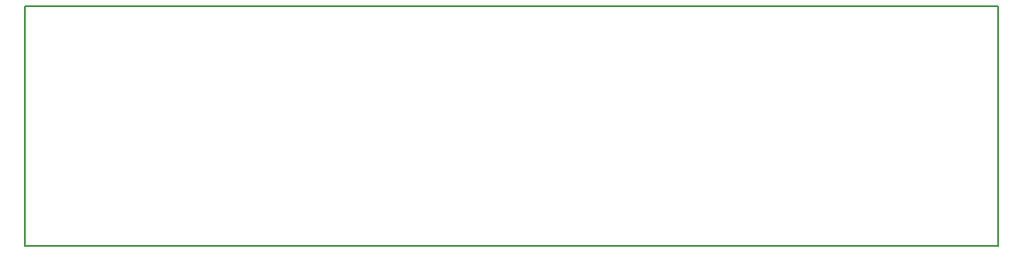
<source format=gbr>
G04 #@! TF.GenerationSoftware,KiCad,Pcbnew,(5.0.2)-1*
G04 #@! TF.CreationDate,2019-01-01T20:31:05-08:00*
G04 #@! TF.ProjectId,500-1142,3530302d-3131-4343-922e-6b696361645f,rev?*
G04 #@! TF.SameCoordinates,Original*
G04 #@! TF.FileFunction,Profile,NP*
%FSLAX46Y46*%
G04 Gerber Fmt 4.6, Leading zero omitted, Abs format (unit mm)*
G04 Created by KiCad (PCBNEW (5.0.2)-1) date 1/1/2019 8:31:05 PM*
%MOMM*%
%LPD*%
G01*
G04 APERTURE LIST*
%ADD10C,0.150000*%
G04 APERTURE END LIST*
D10*
X71120000Y-72390000D02*
X71120000Y-95250000D01*
X72390000Y-72390000D02*
X71120000Y-72390000D01*
X163830000Y-72390000D02*
X72390000Y-72390000D01*
X163830000Y-95250000D02*
X163830000Y-72390000D01*
X71120000Y-95250000D02*
X163830000Y-95250000D01*
M02*

</source>
